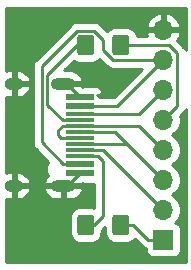
<source format=gbr>
G04 #@! TF.GenerationSoftware,KiCad,Pcbnew,(5.1.5-0-10_14)*
G04 #@! TF.CreationDate,2020-01-05T23:21:06-06:00*
G04 #@! TF.ProjectId,usb-c,7573622d-632e-46b6-9963-61645f706362,rev?*
G04 #@! TF.SameCoordinates,Original*
G04 #@! TF.FileFunction,Copper,L1,Top*
G04 #@! TF.FilePolarity,Positive*
%FSLAX46Y46*%
G04 Gerber Fmt 4.6, Leading zero omitted, Abs format (unit mm)*
G04 Created by KiCad (PCBNEW (5.1.5-0-10_14)) date 2020-01-05 23:21:06*
%MOMM*%
%LPD*%
G04 APERTURE LIST*
%ADD10R,2.450000X0.600000*%
%ADD11R,2.450000X0.300000*%
%ADD12O,2.100000X1.000000*%
%ADD13O,1.600000X1.000000*%
%ADD14C,0.100000*%
%ADD15O,1.700000X1.700000*%
%ADD16R,1.700000X1.700000*%
%ADD17C,0.250000*%
%ADD18C,0.254000*%
G04 APERTURE END LIST*
D10*
X126305000Y-158165000D03*
X126305000Y-151715000D03*
X126305000Y-157390000D03*
X126305000Y-152490000D03*
D11*
X126305000Y-153190000D03*
X126305000Y-156690000D03*
X126305000Y-153690000D03*
X126305000Y-156190000D03*
X126305000Y-154190000D03*
X126305000Y-155690000D03*
X126305000Y-155190000D03*
X126305000Y-154690000D03*
D12*
X124890000Y-150620000D03*
X124890000Y-159260000D03*
D13*
X120710000Y-150620000D03*
X120710000Y-159260000D03*
G04 #@! TA.AperFunction,SMDPad,CuDef*
D14*
G36*
X127269504Y-161686204D02*
G01*
X127293773Y-161689804D01*
X127317571Y-161695765D01*
X127340671Y-161704030D01*
X127362849Y-161714520D01*
X127383893Y-161727133D01*
X127403598Y-161741747D01*
X127421777Y-161758223D01*
X127438253Y-161776402D01*
X127452867Y-161796107D01*
X127465480Y-161817151D01*
X127475970Y-161839329D01*
X127484235Y-161862429D01*
X127490196Y-161886227D01*
X127493796Y-161910496D01*
X127495000Y-161935000D01*
X127495000Y-163185000D01*
X127493796Y-163209504D01*
X127490196Y-163233773D01*
X127484235Y-163257571D01*
X127475970Y-163280671D01*
X127465480Y-163302849D01*
X127452867Y-163323893D01*
X127438253Y-163343598D01*
X127421777Y-163361777D01*
X127403598Y-163378253D01*
X127383893Y-163392867D01*
X127362849Y-163405480D01*
X127340671Y-163415970D01*
X127317571Y-163424235D01*
X127293773Y-163430196D01*
X127269504Y-163433796D01*
X127245000Y-163435000D01*
X126320000Y-163435000D01*
X126295496Y-163433796D01*
X126271227Y-163430196D01*
X126247429Y-163424235D01*
X126224329Y-163415970D01*
X126202151Y-163405480D01*
X126181107Y-163392867D01*
X126161402Y-163378253D01*
X126143223Y-163361777D01*
X126126747Y-163343598D01*
X126112133Y-163323893D01*
X126099520Y-163302849D01*
X126089030Y-163280671D01*
X126080765Y-163257571D01*
X126074804Y-163233773D01*
X126071204Y-163209504D01*
X126070000Y-163185000D01*
X126070000Y-161935000D01*
X126071204Y-161910496D01*
X126074804Y-161886227D01*
X126080765Y-161862429D01*
X126089030Y-161839329D01*
X126099520Y-161817151D01*
X126112133Y-161796107D01*
X126126747Y-161776402D01*
X126143223Y-161758223D01*
X126161402Y-161741747D01*
X126181107Y-161727133D01*
X126202151Y-161714520D01*
X126224329Y-161704030D01*
X126247429Y-161695765D01*
X126271227Y-161689804D01*
X126295496Y-161686204D01*
X126320000Y-161685000D01*
X127245000Y-161685000D01*
X127269504Y-161686204D01*
G37*
G04 #@! TD.AperFunction*
G04 #@! TA.AperFunction,SMDPad,CuDef*
G36*
X130244504Y-161686204D02*
G01*
X130268773Y-161689804D01*
X130292571Y-161695765D01*
X130315671Y-161704030D01*
X130337849Y-161714520D01*
X130358893Y-161727133D01*
X130378598Y-161741747D01*
X130396777Y-161758223D01*
X130413253Y-161776402D01*
X130427867Y-161796107D01*
X130440480Y-161817151D01*
X130450970Y-161839329D01*
X130459235Y-161862429D01*
X130465196Y-161886227D01*
X130468796Y-161910496D01*
X130470000Y-161935000D01*
X130470000Y-163185000D01*
X130468796Y-163209504D01*
X130465196Y-163233773D01*
X130459235Y-163257571D01*
X130450970Y-163280671D01*
X130440480Y-163302849D01*
X130427867Y-163323893D01*
X130413253Y-163343598D01*
X130396777Y-163361777D01*
X130378598Y-163378253D01*
X130358893Y-163392867D01*
X130337849Y-163405480D01*
X130315671Y-163415970D01*
X130292571Y-163424235D01*
X130268773Y-163430196D01*
X130244504Y-163433796D01*
X130220000Y-163435000D01*
X129295000Y-163435000D01*
X129270496Y-163433796D01*
X129246227Y-163430196D01*
X129222429Y-163424235D01*
X129199329Y-163415970D01*
X129177151Y-163405480D01*
X129156107Y-163392867D01*
X129136402Y-163378253D01*
X129118223Y-163361777D01*
X129101747Y-163343598D01*
X129087133Y-163323893D01*
X129074520Y-163302849D01*
X129064030Y-163280671D01*
X129055765Y-163257571D01*
X129049804Y-163233773D01*
X129046204Y-163209504D01*
X129045000Y-163185000D01*
X129045000Y-161935000D01*
X129046204Y-161910496D01*
X129049804Y-161886227D01*
X129055765Y-161862429D01*
X129064030Y-161839329D01*
X129074520Y-161817151D01*
X129087133Y-161796107D01*
X129101747Y-161776402D01*
X129118223Y-161758223D01*
X129136402Y-161741747D01*
X129156107Y-161727133D01*
X129177151Y-161714520D01*
X129199329Y-161704030D01*
X129222429Y-161695765D01*
X129246227Y-161689804D01*
X129270496Y-161686204D01*
X129295000Y-161685000D01*
X130220000Y-161685000D01*
X130244504Y-161686204D01*
G37*
G04 #@! TD.AperFunction*
G04 #@! TA.AperFunction,SMDPad,CuDef*
G36*
X127269504Y-146446204D02*
G01*
X127293773Y-146449804D01*
X127317571Y-146455765D01*
X127340671Y-146464030D01*
X127362849Y-146474520D01*
X127383893Y-146487133D01*
X127403598Y-146501747D01*
X127421777Y-146518223D01*
X127438253Y-146536402D01*
X127452867Y-146556107D01*
X127465480Y-146577151D01*
X127475970Y-146599329D01*
X127484235Y-146622429D01*
X127490196Y-146646227D01*
X127493796Y-146670496D01*
X127495000Y-146695000D01*
X127495000Y-147945000D01*
X127493796Y-147969504D01*
X127490196Y-147993773D01*
X127484235Y-148017571D01*
X127475970Y-148040671D01*
X127465480Y-148062849D01*
X127452867Y-148083893D01*
X127438253Y-148103598D01*
X127421777Y-148121777D01*
X127403598Y-148138253D01*
X127383893Y-148152867D01*
X127362849Y-148165480D01*
X127340671Y-148175970D01*
X127317571Y-148184235D01*
X127293773Y-148190196D01*
X127269504Y-148193796D01*
X127245000Y-148195000D01*
X126320000Y-148195000D01*
X126295496Y-148193796D01*
X126271227Y-148190196D01*
X126247429Y-148184235D01*
X126224329Y-148175970D01*
X126202151Y-148165480D01*
X126181107Y-148152867D01*
X126161402Y-148138253D01*
X126143223Y-148121777D01*
X126126747Y-148103598D01*
X126112133Y-148083893D01*
X126099520Y-148062849D01*
X126089030Y-148040671D01*
X126080765Y-148017571D01*
X126074804Y-147993773D01*
X126071204Y-147969504D01*
X126070000Y-147945000D01*
X126070000Y-146695000D01*
X126071204Y-146670496D01*
X126074804Y-146646227D01*
X126080765Y-146622429D01*
X126089030Y-146599329D01*
X126099520Y-146577151D01*
X126112133Y-146556107D01*
X126126747Y-146536402D01*
X126143223Y-146518223D01*
X126161402Y-146501747D01*
X126181107Y-146487133D01*
X126202151Y-146474520D01*
X126224329Y-146464030D01*
X126247429Y-146455765D01*
X126271227Y-146449804D01*
X126295496Y-146446204D01*
X126320000Y-146445000D01*
X127245000Y-146445000D01*
X127269504Y-146446204D01*
G37*
G04 #@! TD.AperFunction*
G04 #@! TA.AperFunction,SMDPad,CuDef*
G36*
X130244504Y-146446204D02*
G01*
X130268773Y-146449804D01*
X130292571Y-146455765D01*
X130315671Y-146464030D01*
X130337849Y-146474520D01*
X130358893Y-146487133D01*
X130378598Y-146501747D01*
X130396777Y-146518223D01*
X130413253Y-146536402D01*
X130427867Y-146556107D01*
X130440480Y-146577151D01*
X130450970Y-146599329D01*
X130459235Y-146622429D01*
X130465196Y-146646227D01*
X130468796Y-146670496D01*
X130470000Y-146695000D01*
X130470000Y-147945000D01*
X130468796Y-147969504D01*
X130465196Y-147993773D01*
X130459235Y-148017571D01*
X130450970Y-148040671D01*
X130440480Y-148062849D01*
X130427867Y-148083893D01*
X130413253Y-148103598D01*
X130396777Y-148121777D01*
X130378598Y-148138253D01*
X130358893Y-148152867D01*
X130337849Y-148165480D01*
X130315671Y-148175970D01*
X130292571Y-148184235D01*
X130268773Y-148190196D01*
X130244504Y-148193796D01*
X130220000Y-148195000D01*
X129295000Y-148195000D01*
X129270496Y-148193796D01*
X129246227Y-148190196D01*
X129222429Y-148184235D01*
X129199329Y-148175970D01*
X129177151Y-148165480D01*
X129156107Y-148152867D01*
X129136402Y-148138253D01*
X129118223Y-148121777D01*
X129101747Y-148103598D01*
X129087133Y-148083893D01*
X129074520Y-148062849D01*
X129064030Y-148040671D01*
X129055765Y-148017571D01*
X129049804Y-147993773D01*
X129046204Y-147969504D01*
X129045000Y-147945000D01*
X129045000Y-146695000D01*
X129046204Y-146670496D01*
X129049804Y-146646227D01*
X129055765Y-146622429D01*
X129064030Y-146599329D01*
X129074520Y-146577151D01*
X129087133Y-146556107D01*
X129101747Y-146536402D01*
X129118223Y-146518223D01*
X129136402Y-146501747D01*
X129156107Y-146487133D01*
X129177151Y-146474520D01*
X129199329Y-146464030D01*
X129222429Y-146455765D01*
X129246227Y-146449804D01*
X129270496Y-146446204D01*
X129295000Y-146445000D01*
X130220000Y-146445000D01*
X130244504Y-146446204D01*
G37*
G04 #@! TD.AperFunction*
D15*
X133350000Y-146050000D03*
X133350000Y-148590000D03*
X133350000Y-151130000D03*
X133350000Y-153670000D03*
X133350000Y-156210000D03*
X133350000Y-158750000D03*
X133350000Y-161290000D03*
D16*
X133350000Y-163830000D03*
D17*
X127483180Y-146119990D02*
X128270000Y-146906810D01*
X126305000Y-157390000D02*
X124882002Y-157390000D01*
X123064980Y-155572978D02*
X123064980Y-149136830D01*
X126081820Y-146119990D02*
X127483180Y-146119990D01*
X123064980Y-149136830D02*
X126081820Y-146119990D01*
X124882002Y-157390000D02*
X123064980Y-155572978D01*
X129450000Y-152490000D02*
X133350000Y-148590000D01*
X126305000Y-152490000D02*
X129450000Y-152490000D01*
X132147919Y-148590000D02*
X133350000Y-148590000D01*
X129126810Y-148590000D02*
X132147919Y-148590000D01*
X128270000Y-147733190D02*
X129126810Y-148590000D01*
X128270000Y-146906810D02*
X128270000Y-147733190D01*
X126305000Y-155190000D02*
X124710000Y-155190000D01*
X124710000Y-155190000D02*
X124460000Y-154940000D01*
X124830000Y-154190000D02*
X126305000Y-154190000D01*
X124460000Y-154560000D02*
X124830000Y-154190000D01*
X124460000Y-154940000D02*
X124460000Y-154560000D01*
X131330000Y-154190000D02*
X133350000Y-156210000D01*
X126305000Y-154190000D02*
X131330000Y-154190000D01*
X130290000Y-155690000D02*
X126305000Y-155690000D01*
X133350000Y-158750000D02*
X130290000Y-155690000D01*
X129290000Y-154690000D02*
X130290000Y-155690000D01*
X126305000Y-154690000D02*
X129290000Y-154690000D01*
X125210000Y-150620000D02*
X126305000Y-151715000D01*
X124890000Y-150620000D02*
X125210000Y-150620000D01*
X125210000Y-159260000D02*
X126305000Y-158165000D01*
X124890000Y-159260000D02*
X125210000Y-159260000D01*
X131290000Y-153190000D02*
X126305000Y-153190000D01*
X133350000Y-151130000D02*
X131290000Y-153190000D01*
X128250000Y-156190000D02*
X126305000Y-156190000D01*
X133350000Y-161290000D02*
X128250000Y-156190000D01*
X130470000Y-147320000D02*
X129757500Y-147320000D01*
X134525001Y-148025999D02*
X133819002Y-147320000D01*
X134525001Y-152494999D02*
X134525001Y-148025999D01*
X133819002Y-147320000D02*
X130470000Y-147320000D01*
X133350000Y-153670000D02*
X134525001Y-152494999D01*
X129757500Y-162560000D02*
X130810000Y-162560000D01*
X132080000Y-163830000D02*
X133350000Y-163830000D01*
X130810000Y-162560000D02*
X132080000Y-163830000D01*
X124830000Y-153690000D02*
X126305000Y-153690000D01*
X123514990Y-149875010D02*
X123514990Y-152374990D01*
X123514990Y-152374990D02*
X124830000Y-153690000D01*
X126070000Y-147320000D02*
X123514990Y-149875010D01*
X126782500Y-147320000D02*
X126070000Y-147320000D01*
X127495000Y-162560000D02*
X128270000Y-161785000D01*
X126782500Y-162560000D02*
X127495000Y-162560000D01*
X127780000Y-156690000D02*
X126305000Y-156690000D01*
X128270000Y-157180000D02*
X127780000Y-156690000D01*
X128270000Y-161785000D02*
X128270000Y-157180000D01*
D18*
G36*
X135230001Y-147732730D02*
G01*
X135159975Y-147601723D01*
X135065002Y-147485998D01*
X135036003Y-147462200D01*
X134522987Y-146949184D01*
X134621641Y-146816920D01*
X134746825Y-146554099D01*
X134791476Y-146406890D01*
X134670155Y-146177000D01*
X133477000Y-146177000D01*
X133477000Y-146197000D01*
X133223000Y-146197000D01*
X133223000Y-146177000D01*
X132029845Y-146177000D01*
X131908524Y-146406890D01*
X131953175Y-146554099D01*
X131955986Y-146560000D01*
X131094776Y-146560000D01*
X131091008Y-146521746D01*
X131040472Y-146355150D01*
X130958405Y-146201614D01*
X130847962Y-146067038D01*
X130713386Y-145956595D01*
X130559850Y-145874528D01*
X130393254Y-145823992D01*
X130220000Y-145806928D01*
X129295000Y-145806928D01*
X129121746Y-145823992D01*
X128955150Y-145874528D01*
X128801614Y-145956595D01*
X128667038Y-146067038D01*
X128594012Y-146156021D01*
X128131101Y-145693110D01*
X131908524Y-145693110D01*
X132029845Y-145923000D01*
X133223000Y-145923000D01*
X133223000Y-144729186D01*
X133477000Y-144729186D01*
X133477000Y-145923000D01*
X134670155Y-145923000D01*
X134791476Y-145693110D01*
X134746825Y-145545901D01*
X134621641Y-145283080D01*
X134447588Y-145049731D01*
X134231355Y-144854822D01*
X133981252Y-144705843D01*
X133706891Y-144608519D01*
X133477000Y-144729186D01*
X133223000Y-144729186D01*
X132993109Y-144608519D01*
X132718748Y-144705843D01*
X132468645Y-144854822D01*
X132252412Y-145049731D01*
X132078359Y-145283080D01*
X131953175Y-145545901D01*
X131908524Y-145693110D01*
X128131101Y-145693110D01*
X128046983Y-145608992D01*
X128023181Y-145579989D01*
X127907456Y-145485016D01*
X127775427Y-145414444D01*
X127632166Y-145370987D01*
X127520513Y-145359990D01*
X127520502Y-145359990D01*
X127483180Y-145356314D01*
X127445858Y-145359990D01*
X126119142Y-145359990D01*
X126081819Y-145356314D01*
X126044496Y-145359990D01*
X126044487Y-145359990D01*
X125932834Y-145370987D01*
X125789573Y-145414444D01*
X125657543Y-145485016D01*
X125583355Y-145545901D01*
X125541819Y-145579989D01*
X125518021Y-145608987D01*
X122553978Y-148573031D01*
X122524980Y-148596829D01*
X122501182Y-148625827D01*
X122501181Y-148625828D01*
X122430006Y-148712554D01*
X122359434Y-148844584D01*
X122315978Y-148987845D01*
X122301304Y-149136830D01*
X122304981Y-149174162D01*
X122304980Y-155535655D01*
X122301304Y-155572978D01*
X122304980Y-155610300D01*
X122304980Y-155610310D01*
X122315977Y-155721963D01*
X122336975Y-155791185D01*
X122359434Y-155865224D01*
X122430006Y-155997254D01*
X122440026Y-156009463D01*
X122524979Y-156112979D01*
X122553983Y-156136782D01*
X123624778Y-157207577D01*
X123614319Y-157218036D01*
X123509259Y-157375269D01*
X123436892Y-157549978D01*
X123400000Y-157735448D01*
X123400000Y-157924552D01*
X123436892Y-158110022D01*
X123509259Y-158284731D01*
X123588206Y-158402884D01*
X123447631Y-158547236D01*
X123325724Y-158735024D01*
X123245881Y-158958126D01*
X123372046Y-159133000D01*
X124763000Y-159133000D01*
X124763000Y-159113000D01*
X125017000Y-159113000D01*
X125017000Y-159133000D01*
X126407954Y-159133000D01*
X126431762Y-159100000D01*
X126432002Y-159100000D01*
X126432002Y-159099668D01*
X126498394Y-159007644D01*
X126590750Y-159100000D01*
X127510001Y-159103007D01*
X127510000Y-161091823D01*
X127418254Y-161063992D01*
X127245000Y-161046928D01*
X126320000Y-161046928D01*
X126146746Y-161063992D01*
X125980150Y-161114528D01*
X125826614Y-161196595D01*
X125692038Y-161307038D01*
X125581595Y-161441614D01*
X125499528Y-161595150D01*
X125448992Y-161761746D01*
X125431928Y-161935000D01*
X125431928Y-163185000D01*
X125448992Y-163358254D01*
X125499528Y-163524850D01*
X125581595Y-163678386D01*
X125692038Y-163812962D01*
X125826614Y-163923405D01*
X125980150Y-164005472D01*
X126146746Y-164056008D01*
X126320000Y-164073072D01*
X127245000Y-164073072D01*
X127418254Y-164056008D01*
X127584850Y-164005472D01*
X127738386Y-163923405D01*
X127872962Y-163812962D01*
X127983405Y-163678386D01*
X128065472Y-163524850D01*
X128116008Y-163358254D01*
X128133072Y-163185000D01*
X128133072Y-162996729D01*
X128406928Y-162722873D01*
X128406928Y-163185000D01*
X128423992Y-163358254D01*
X128474528Y-163524850D01*
X128556595Y-163678386D01*
X128667038Y-163812962D01*
X128801614Y-163923405D01*
X128955150Y-164005472D01*
X129121746Y-164056008D01*
X129295000Y-164073072D01*
X130220000Y-164073072D01*
X130393254Y-164056008D01*
X130559850Y-164005472D01*
X130713386Y-163923405D01*
X130847962Y-163812962D01*
X130911157Y-163735958D01*
X131516201Y-164341003D01*
X131539999Y-164370001D01*
X131655724Y-164464974D01*
X131787753Y-164535546D01*
X131861928Y-164558046D01*
X131861928Y-164680000D01*
X131874188Y-164804482D01*
X131910498Y-164924180D01*
X131969463Y-165034494D01*
X132048815Y-165131185D01*
X132145506Y-165210537D01*
X132255820Y-165269502D01*
X132375518Y-165305812D01*
X132500000Y-165318072D01*
X134200000Y-165318072D01*
X134324482Y-165305812D01*
X134444180Y-165269502D01*
X134554494Y-165210537D01*
X134651185Y-165131185D01*
X134730537Y-165034494D01*
X134789502Y-164924180D01*
X134825812Y-164804482D01*
X134838072Y-164680000D01*
X134838072Y-162980000D01*
X134825812Y-162855518D01*
X134789502Y-162735820D01*
X134730537Y-162625506D01*
X134651185Y-162528815D01*
X134554494Y-162449463D01*
X134444180Y-162390498D01*
X134371620Y-162368487D01*
X134503475Y-162236632D01*
X134665990Y-161993411D01*
X134777932Y-161723158D01*
X134835000Y-161436260D01*
X134835000Y-161143740D01*
X134777932Y-160856842D01*
X134665990Y-160586589D01*
X134503475Y-160343368D01*
X134296632Y-160136525D01*
X134122240Y-160020000D01*
X134296632Y-159903475D01*
X134503475Y-159696632D01*
X134665990Y-159453411D01*
X134777932Y-159183158D01*
X134835000Y-158896260D01*
X134835000Y-158603740D01*
X134777932Y-158316842D01*
X134665990Y-158046589D01*
X134503475Y-157803368D01*
X134296632Y-157596525D01*
X134122240Y-157480000D01*
X134296632Y-157363475D01*
X134503475Y-157156632D01*
X134665990Y-156913411D01*
X134777932Y-156643158D01*
X134835000Y-156356260D01*
X134835000Y-156063740D01*
X134777932Y-155776842D01*
X134665990Y-155506589D01*
X134503475Y-155263368D01*
X134296632Y-155056525D01*
X134122240Y-154940000D01*
X134296632Y-154823475D01*
X134503475Y-154616632D01*
X134665990Y-154373411D01*
X134777932Y-154103158D01*
X134835000Y-153816260D01*
X134835000Y-153523740D01*
X134791210Y-153303592D01*
X135036005Y-153058797D01*
X135065002Y-153035000D01*
X135159975Y-152919275D01*
X135230001Y-152788268D01*
X135230000Y-165710000D01*
X120040000Y-165710000D01*
X120040000Y-160338094D01*
X120064013Y-160348415D01*
X120283000Y-160395000D01*
X120583000Y-160395000D01*
X120583000Y-159387000D01*
X120837000Y-159387000D01*
X120837000Y-160395000D01*
X121137000Y-160395000D01*
X121355987Y-160348415D01*
X121561678Y-160260003D01*
X121746169Y-160133161D01*
X121902369Y-159972764D01*
X122024276Y-159784976D01*
X122104119Y-159561874D01*
X123245881Y-159561874D01*
X123325724Y-159784976D01*
X123447631Y-159972764D01*
X123603831Y-160133161D01*
X123788322Y-160260003D01*
X123994013Y-160348415D01*
X124213000Y-160395000D01*
X124763000Y-160395000D01*
X124763000Y-159387000D01*
X125017000Y-159387000D01*
X125017000Y-160395000D01*
X125567000Y-160395000D01*
X125785987Y-160348415D01*
X125991678Y-160260003D01*
X126176169Y-160133161D01*
X126332369Y-159972764D01*
X126454276Y-159784976D01*
X126534119Y-159561874D01*
X126407954Y-159387000D01*
X125017000Y-159387000D01*
X124763000Y-159387000D01*
X123372046Y-159387000D01*
X123245881Y-159561874D01*
X122104119Y-159561874D01*
X121977954Y-159387000D01*
X120837000Y-159387000D01*
X120583000Y-159387000D01*
X120563000Y-159387000D01*
X120563000Y-159133000D01*
X120583000Y-159133000D01*
X120583000Y-158125000D01*
X120837000Y-158125000D01*
X120837000Y-159133000D01*
X121977954Y-159133000D01*
X122104119Y-158958126D01*
X122024276Y-158735024D01*
X121902369Y-158547236D01*
X121746169Y-158386839D01*
X121561678Y-158259997D01*
X121355987Y-158171585D01*
X121137000Y-158125000D01*
X120837000Y-158125000D01*
X120583000Y-158125000D01*
X120283000Y-158125000D01*
X120064013Y-158171585D01*
X120040000Y-158181906D01*
X120040000Y-151698094D01*
X120064013Y-151708415D01*
X120283000Y-151755000D01*
X120583000Y-151755000D01*
X120583000Y-150747000D01*
X120837000Y-150747000D01*
X120837000Y-151755000D01*
X121137000Y-151755000D01*
X121355987Y-151708415D01*
X121561678Y-151620003D01*
X121746169Y-151493161D01*
X121902369Y-151332764D01*
X122024276Y-151144976D01*
X122104119Y-150921874D01*
X121977954Y-150747000D01*
X120837000Y-150747000D01*
X120583000Y-150747000D01*
X120563000Y-150747000D01*
X120563000Y-150493000D01*
X120583000Y-150493000D01*
X120583000Y-149485000D01*
X120837000Y-149485000D01*
X120837000Y-150493000D01*
X121977954Y-150493000D01*
X122104119Y-150318126D01*
X122024276Y-150095024D01*
X121902369Y-149907236D01*
X121746169Y-149746839D01*
X121561678Y-149619997D01*
X121355987Y-149531585D01*
X121137000Y-149485000D01*
X120837000Y-149485000D01*
X120583000Y-149485000D01*
X120283000Y-149485000D01*
X120064013Y-149531585D01*
X120040000Y-149541906D01*
X120040000Y-144170000D01*
X135230001Y-144170000D01*
X135230001Y-147732730D01*
G37*
X135230001Y-147732730D02*
X135159975Y-147601723D01*
X135065002Y-147485998D01*
X135036003Y-147462200D01*
X134522987Y-146949184D01*
X134621641Y-146816920D01*
X134746825Y-146554099D01*
X134791476Y-146406890D01*
X134670155Y-146177000D01*
X133477000Y-146177000D01*
X133477000Y-146197000D01*
X133223000Y-146197000D01*
X133223000Y-146177000D01*
X132029845Y-146177000D01*
X131908524Y-146406890D01*
X131953175Y-146554099D01*
X131955986Y-146560000D01*
X131094776Y-146560000D01*
X131091008Y-146521746D01*
X131040472Y-146355150D01*
X130958405Y-146201614D01*
X130847962Y-146067038D01*
X130713386Y-145956595D01*
X130559850Y-145874528D01*
X130393254Y-145823992D01*
X130220000Y-145806928D01*
X129295000Y-145806928D01*
X129121746Y-145823992D01*
X128955150Y-145874528D01*
X128801614Y-145956595D01*
X128667038Y-146067038D01*
X128594012Y-146156021D01*
X128131101Y-145693110D01*
X131908524Y-145693110D01*
X132029845Y-145923000D01*
X133223000Y-145923000D01*
X133223000Y-144729186D01*
X133477000Y-144729186D01*
X133477000Y-145923000D01*
X134670155Y-145923000D01*
X134791476Y-145693110D01*
X134746825Y-145545901D01*
X134621641Y-145283080D01*
X134447588Y-145049731D01*
X134231355Y-144854822D01*
X133981252Y-144705843D01*
X133706891Y-144608519D01*
X133477000Y-144729186D01*
X133223000Y-144729186D01*
X132993109Y-144608519D01*
X132718748Y-144705843D01*
X132468645Y-144854822D01*
X132252412Y-145049731D01*
X132078359Y-145283080D01*
X131953175Y-145545901D01*
X131908524Y-145693110D01*
X128131101Y-145693110D01*
X128046983Y-145608992D01*
X128023181Y-145579989D01*
X127907456Y-145485016D01*
X127775427Y-145414444D01*
X127632166Y-145370987D01*
X127520513Y-145359990D01*
X127520502Y-145359990D01*
X127483180Y-145356314D01*
X127445858Y-145359990D01*
X126119142Y-145359990D01*
X126081819Y-145356314D01*
X126044496Y-145359990D01*
X126044487Y-145359990D01*
X125932834Y-145370987D01*
X125789573Y-145414444D01*
X125657543Y-145485016D01*
X125583355Y-145545901D01*
X125541819Y-145579989D01*
X125518021Y-145608987D01*
X122553978Y-148573031D01*
X122524980Y-148596829D01*
X122501182Y-148625827D01*
X122501181Y-148625828D01*
X122430006Y-148712554D01*
X122359434Y-148844584D01*
X122315978Y-148987845D01*
X122301304Y-149136830D01*
X122304981Y-149174162D01*
X122304980Y-155535655D01*
X122301304Y-155572978D01*
X122304980Y-155610300D01*
X122304980Y-155610310D01*
X122315977Y-155721963D01*
X122336975Y-155791185D01*
X122359434Y-155865224D01*
X122430006Y-155997254D01*
X122440026Y-156009463D01*
X122524979Y-156112979D01*
X122553983Y-156136782D01*
X123624778Y-157207577D01*
X123614319Y-157218036D01*
X123509259Y-157375269D01*
X123436892Y-157549978D01*
X123400000Y-157735448D01*
X123400000Y-157924552D01*
X123436892Y-158110022D01*
X123509259Y-158284731D01*
X123588206Y-158402884D01*
X123447631Y-158547236D01*
X123325724Y-158735024D01*
X123245881Y-158958126D01*
X123372046Y-159133000D01*
X124763000Y-159133000D01*
X124763000Y-159113000D01*
X125017000Y-159113000D01*
X125017000Y-159133000D01*
X126407954Y-159133000D01*
X126431762Y-159100000D01*
X126432002Y-159100000D01*
X126432002Y-159099668D01*
X126498394Y-159007644D01*
X126590750Y-159100000D01*
X127510001Y-159103007D01*
X127510000Y-161091823D01*
X127418254Y-161063992D01*
X127245000Y-161046928D01*
X126320000Y-161046928D01*
X126146746Y-161063992D01*
X125980150Y-161114528D01*
X125826614Y-161196595D01*
X125692038Y-161307038D01*
X125581595Y-161441614D01*
X125499528Y-161595150D01*
X125448992Y-161761746D01*
X125431928Y-161935000D01*
X125431928Y-163185000D01*
X125448992Y-163358254D01*
X125499528Y-163524850D01*
X125581595Y-163678386D01*
X125692038Y-163812962D01*
X125826614Y-163923405D01*
X125980150Y-164005472D01*
X126146746Y-164056008D01*
X126320000Y-164073072D01*
X127245000Y-164073072D01*
X127418254Y-164056008D01*
X127584850Y-164005472D01*
X127738386Y-163923405D01*
X127872962Y-163812962D01*
X127983405Y-163678386D01*
X128065472Y-163524850D01*
X128116008Y-163358254D01*
X128133072Y-163185000D01*
X128133072Y-162996729D01*
X128406928Y-162722873D01*
X128406928Y-163185000D01*
X128423992Y-163358254D01*
X128474528Y-163524850D01*
X128556595Y-163678386D01*
X128667038Y-163812962D01*
X128801614Y-163923405D01*
X128955150Y-164005472D01*
X129121746Y-164056008D01*
X129295000Y-164073072D01*
X130220000Y-164073072D01*
X130393254Y-164056008D01*
X130559850Y-164005472D01*
X130713386Y-163923405D01*
X130847962Y-163812962D01*
X130911157Y-163735958D01*
X131516201Y-164341003D01*
X131539999Y-164370001D01*
X131655724Y-164464974D01*
X131787753Y-164535546D01*
X131861928Y-164558046D01*
X131861928Y-164680000D01*
X131874188Y-164804482D01*
X131910498Y-164924180D01*
X131969463Y-165034494D01*
X132048815Y-165131185D01*
X132145506Y-165210537D01*
X132255820Y-165269502D01*
X132375518Y-165305812D01*
X132500000Y-165318072D01*
X134200000Y-165318072D01*
X134324482Y-165305812D01*
X134444180Y-165269502D01*
X134554494Y-165210537D01*
X134651185Y-165131185D01*
X134730537Y-165034494D01*
X134789502Y-164924180D01*
X134825812Y-164804482D01*
X134838072Y-164680000D01*
X134838072Y-162980000D01*
X134825812Y-162855518D01*
X134789502Y-162735820D01*
X134730537Y-162625506D01*
X134651185Y-162528815D01*
X134554494Y-162449463D01*
X134444180Y-162390498D01*
X134371620Y-162368487D01*
X134503475Y-162236632D01*
X134665990Y-161993411D01*
X134777932Y-161723158D01*
X134835000Y-161436260D01*
X134835000Y-161143740D01*
X134777932Y-160856842D01*
X134665990Y-160586589D01*
X134503475Y-160343368D01*
X134296632Y-160136525D01*
X134122240Y-160020000D01*
X134296632Y-159903475D01*
X134503475Y-159696632D01*
X134665990Y-159453411D01*
X134777932Y-159183158D01*
X134835000Y-158896260D01*
X134835000Y-158603740D01*
X134777932Y-158316842D01*
X134665990Y-158046589D01*
X134503475Y-157803368D01*
X134296632Y-157596525D01*
X134122240Y-157480000D01*
X134296632Y-157363475D01*
X134503475Y-157156632D01*
X134665990Y-156913411D01*
X134777932Y-156643158D01*
X134835000Y-156356260D01*
X134835000Y-156063740D01*
X134777932Y-155776842D01*
X134665990Y-155506589D01*
X134503475Y-155263368D01*
X134296632Y-155056525D01*
X134122240Y-154940000D01*
X134296632Y-154823475D01*
X134503475Y-154616632D01*
X134665990Y-154373411D01*
X134777932Y-154103158D01*
X134835000Y-153816260D01*
X134835000Y-153523740D01*
X134791210Y-153303592D01*
X135036005Y-153058797D01*
X135065002Y-153035000D01*
X135159975Y-152919275D01*
X135230001Y-152788268D01*
X135230000Y-165710000D01*
X120040000Y-165710000D01*
X120040000Y-160338094D01*
X120064013Y-160348415D01*
X120283000Y-160395000D01*
X120583000Y-160395000D01*
X120583000Y-159387000D01*
X120837000Y-159387000D01*
X120837000Y-160395000D01*
X121137000Y-160395000D01*
X121355987Y-160348415D01*
X121561678Y-160260003D01*
X121746169Y-160133161D01*
X121902369Y-159972764D01*
X122024276Y-159784976D01*
X122104119Y-159561874D01*
X123245881Y-159561874D01*
X123325724Y-159784976D01*
X123447631Y-159972764D01*
X123603831Y-160133161D01*
X123788322Y-160260003D01*
X123994013Y-160348415D01*
X124213000Y-160395000D01*
X124763000Y-160395000D01*
X124763000Y-159387000D01*
X125017000Y-159387000D01*
X125017000Y-160395000D01*
X125567000Y-160395000D01*
X125785987Y-160348415D01*
X125991678Y-160260003D01*
X126176169Y-160133161D01*
X126332369Y-159972764D01*
X126454276Y-159784976D01*
X126534119Y-159561874D01*
X126407954Y-159387000D01*
X125017000Y-159387000D01*
X124763000Y-159387000D01*
X123372046Y-159387000D01*
X123245881Y-159561874D01*
X122104119Y-159561874D01*
X121977954Y-159387000D01*
X120837000Y-159387000D01*
X120583000Y-159387000D01*
X120563000Y-159387000D01*
X120563000Y-159133000D01*
X120583000Y-159133000D01*
X120583000Y-158125000D01*
X120837000Y-158125000D01*
X120837000Y-159133000D01*
X121977954Y-159133000D01*
X122104119Y-158958126D01*
X122024276Y-158735024D01*
X121902369Y-158547236D01*
X121746169Y-158386839D01*
X121561678Y-158259997D01*
X121355987Y-158171585D01*
X121137000Y-158125000D01*
X120837000Y-158125000D01*
X120583000Y-158125000D01*
X120283000Y-158125000D01*
X120064013Y-158171585D01*
X120040000Y-158181906D01*
X120040000Y-151698094D01*
X120064013Y-151708415D01*
X120283000Y-151755000D01*
X120583000Y-151755000D01*
X120583000Y-150747000D01*
X120837000Y-150747000D01*
X120837000Y-151755000D01*
X121137000Y-151755000D01*
X121355987Y-151708415D01*
X121561678Y-151620003D01*
X121746169Y-151493161D01*
X121902369Y-151332764D01*
X122024276Y-151144976D01*
X122104119Y-150921874D01*
X121977954Y-150747000D01*
X120837000Y-150747000D01*
X120583000Y-150747000D01*
X120563000Y-150747000D01*
X120563000Y-150493000D01*
X120583000Y-150493000D01*
X120583000Y-149485000D01*
X120837000Y-149485000D01*
X120837000Y-150493000D01*
X121977954Y-150493000D01*
X122104119Y-150318126D01*
X122024276Y-150095024D01*
X121902369Y-149907236D01*
X121746169Y-149746839D01*
X121561678Y-149619997D01*
X121355987Y-149531585D01*
X121137000Y-149485000D01*
X120837000Y-149485000D01*
X120583000Y-149485000D01*
X120283000Y-149485000D01*
X120064013Y-149531585D01*
X120040000Y-149541906D01*
X120040000Y-144170000D01*
X135230001Y-144170000D01*
X135230001Y-147732730D01*
G36*
X128563011Y-149101003D02*
G01*
X128586809Y-149130001D01*
X128702534Y-149224974D01*
X128834563Y-149295546D01*
X128977824Y-149339003D01*
X129089477Y-149350000D01*
X129089486Y-149350000D01*
X129126809Y-149353676D01*
X129164132Y-149350000D01*
X131515198Y-149350000D01*
X129135199Y-151730000D01*
X127970444Y-151730000D01*
X127884494Y-151659463D01*
X127774180Y-151600498D01*
X127732980Y-151588000D01*
X128006250Y-151588000D01*
X128165000Y-151429250D01*
X128168072Y-151415000D01*
X128155812Y-151290518D01*
X128119502Y-151170820D01*
X128060537Y-151060506D01*
X127981185Y-150963815D01*
X127884494Y-150884463D01*
X127774180Y-150825498D01*
X127654482Y-150789188D01*
X127530000Y-150776928D01*
X126590750Y-150780000D01*
X126498394Y-150872356D01*
X126432002Y-150780332D01*
X126432002Y-150780000D01*
X126431762Y-150780000D01*
X126407954Y-150747000D01*
X125017000Y-150747000D01*
X125017000Y-150767000D01*
X124763000Y-150767000D01*
X124763000Y-150747000D01*
X124743000Y-150747000D01*
X124743000Y-150493000D01*
X124763000Y-150493000D01*
X124763000Y-150473000D01*
X125017000Y-150473000D01*
X125017000Y-150493000D01*
X126407954Y-150493000D01*
X126534119Y-150318126D01*
X126454276Y-150095024D01*
X126332369Y-149907236D01*
X126176169Y-149746839D01*
X125991678Y-149619997D01*
X125785987Y-149531585D01*
X125567000Y-149485000D01*
X124979801Y-149485000D01*
X125801779Y-148663023D01*
X125826614Y-148683405D01*
X125980150Y-148765472D01*
X126146746Y-148816008D01*
X126320000Y-148833072D01*
X127245000Y-148833072D01*
X127418254Y-148816008D01*
X127584850Y-148765472D01*
X127738386Y-148683405D01*
X127872962Y-148572962D01*
X127945988Y-148483979D01*
X128563011Y-149101003D01*
G37*
X128563011Y-149101003D02*
X128586809Y-149130001D01*
X128702534Y-149224974D01*
X128834563Y-149295546D01*
X128977824Y-149339003D01*
X129089477Y-149350000D01*
X129089486Y-149350000D01*
X129126809Y-149353676D01*
X129164132Y-149350000D01*
X131515198Y-149350000D01*
X129135199Y-151730000D01*
X127970444Y-151730000D01*
X127884494Y-151659463D01*
X127774180Y-151600498D01*
X127732980Y-151588000D01*
X128006250Y-151588000D01*
X128165000Y-151429250D01*
X128168072Y-151415000D01*
X128155812Y-151290518D01*
X128119502Y-151170820D01*
X128060537Y-151060506D01*
X127981185Y-150963815D01*
X127884494Y-150884463D01*
X127774180Y-150825498D01*
X127654482Y-150789188D01*
X127530000Y-150776928D01*
X126590750Y-150780000D01*
X126498394Y-150872356D01*
X126432002Y-150780332D01*
X126432002Y-150780000D01*
X126431762Y-150780000D01*
X126407954Y-150747000D01*
X125017000Y-150747000D01*
X125017000Y-150767000D01*
X124763000Y-150767000D01*
X124763000Y-150747000D01*
X124743000Y-150747000D01*
X124743000Y-150493000D01*
X124763000Y-150493000D01*
X124763000Y-150473000D01*
X125017000Y-150473000D01*
X125017000Y-150493000D01*
X126407954Y-150493000D01*
X126534119Y-150318126D01*
X126454276Y-150095024D01*
X126332369Y-149907236D01*
X126176169Y-149746839D01*
X125991678Y-149619997D01*
X125785987Y-149531585D01*
X125567000Y-149485000D01*
X124979801Y-149485000D01*
X125801779Y-148663023D01*
X125826614Y-148683405D01*
X125980150Y-148765472D01*
X126146746Y-148816008D01*
X126320000Y-148833072D01*
X127245000Y-148833072D01*
X127418254Y-148816008D01*
X127584850Y-148765472D01*
X127738386Y-148683405D01*
X127872962Y-148572962D01*
X127945988Y-148483979D01*
X128563011Y-149101003D01*
M02*

</source>
